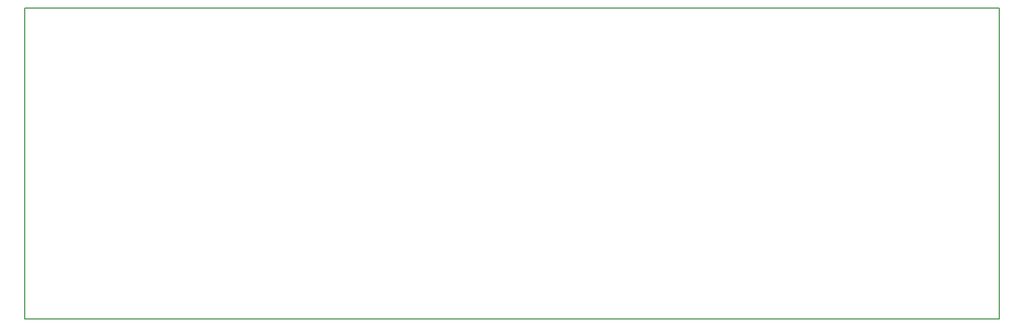
<source format=gbr>
G04 #@! TF.GenerationSoftware,KiCad,Pcbnew,5.0.2+dfsg1-1*
G04 #@! TF.CreationDate,2020-04-26T20:47:29+02:00*
G04 #@! TF.ProjectId,midirouter,6d696469-726f-4757-9465-722e6b696361,rev?*
G04 #@! TF.SameCoordinates,Original*
G04 #@! TF.FileFunction,Profile,NP*
%FSLAX46Y46*%
G04 Gerber Fmt 4.6, Leading zero omitted, Abs format (unit mm)*
G04 Created by KiCad (PCBNEW 5.0.2+dfsg1-1) date Sun 26 Apr 2020 08:47:29 PM CEST*
%MOMM*%
%LPD*%
G01*
G04 APERTURE LIST*
%ADD10C,0.150000*%
G04 APERTURE END LIST*
D10*
X180000000Y-93000000D02*
X180000000Y-44000000D01*
X26500000Y-93000000D02*
X26500000Y-44000000D01*
X26500000Y-44000000D02*
X180000000Y-44000000D01*
X180000000Y-93000000D02*
X26500000Y-93000000D01*
M02*

</source>
